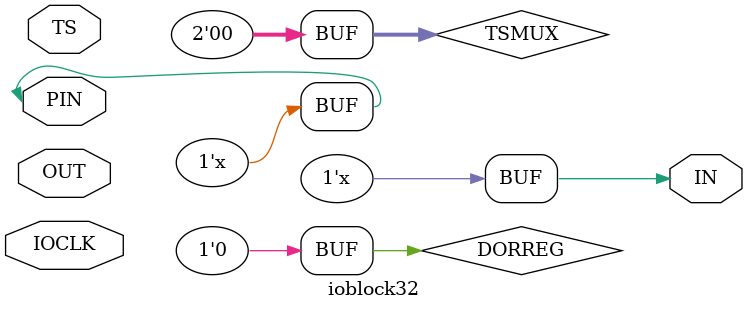
<source format=v>
module ioblock32(
	       inout  PIN,
	       input  TS,
	       input  OUT,
	       output IN,
	       input IOCLK
	       );
   
   reg 		     D;
   reg [2-1:0] 	     TSMUX;
   reg 		     DORREG;

   assign PIN = ( TSMUX == 2'b00 ) ? 1'bz : (( TSMUX == 2'b01 && TS == 1'b1 ) ? OUT : (( TSMUX == 2'b01 && TS == 1'b0 ) ? 1'bz : OUT));
   assign IN  = ( DORREG == 1'b0 ) ? PIN  : D;
   
   initial
     begin
	D=1'b0;
	TSMUX=2'b00;
	DORREG=1'b0;
     end
   
   always @(posedge IOCLK) D=PIN;
   
endmodule       

</source>
